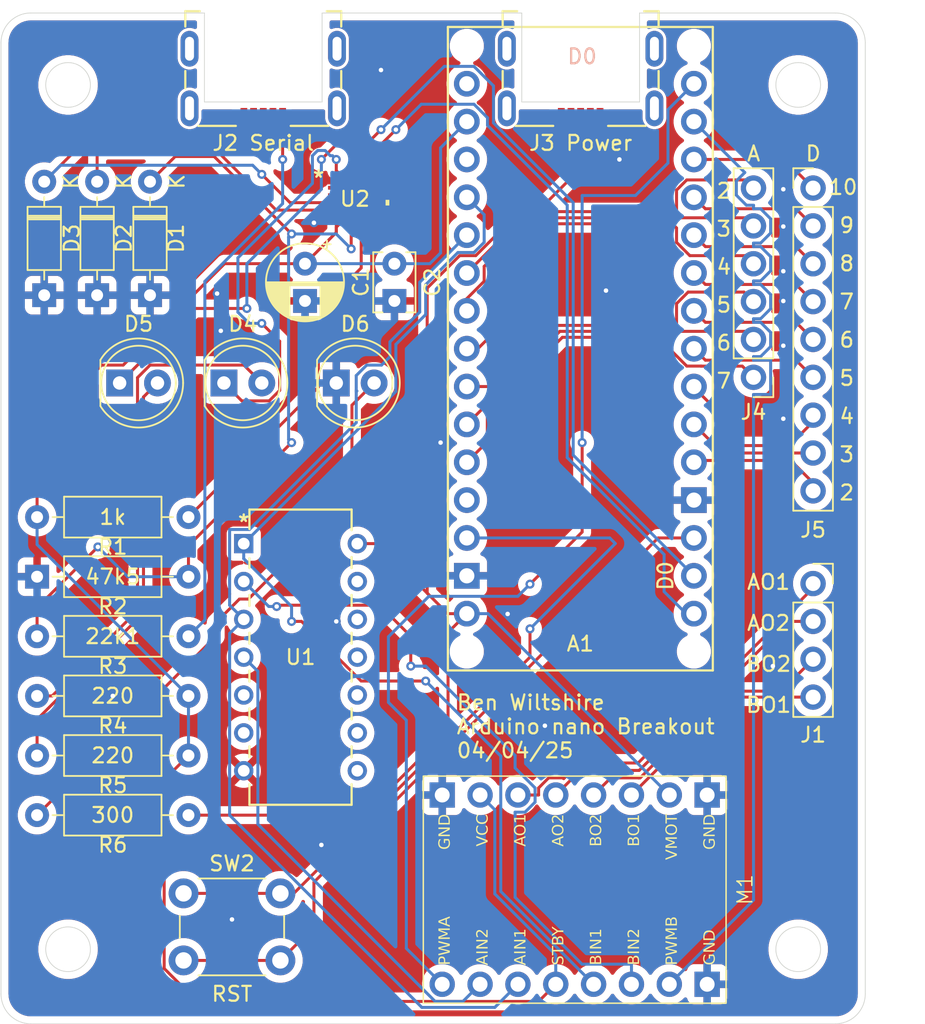
<source format=kicad_pcb>
(kicad_pcb (version 20241229) (generator "pcbnew") (generator_version "9.0")
  (layers (0 "F.Cu" signal) (2 "B.Cu" signal) (13 "F.Paste" user) (15 "B.Paste" user) (5 "F.SilkS" user "F.Silkscreen") (7 "B.SilkS" user "B.Silkscreen") (1 "F.Mask" user) (3 "B.Mask" user) (25 "Edge.Cuts" user))
  (net 0 "")
  (net 1 "Net-(J5-Pin_8)")
  (net 2 "+3.3V")
  (net 3 "Net-(J5-Pin_4)")
  (net 4 "Net-(J5-Pin_7)")
  (net 5 "Net-(J5-Pin_1)")
  (net 6 "Net-(J4-Pin_5)")
  (net 7 "Net-(J5-Pin_3)")
  (net 8 "Net-(J4-Pin_6)")
  (net 9 "Net-(J4-Pin_2)")
  (net 10 "Net-(J5-Pin_6)")
  (net 11 "RX")
  (net 12 "GND")
  (net 13 "Net-(A1-RESET-PadRST1)")
  (net 14 "Net-(A1-A5{slash}SCL)")
  (net 17 "Net-(J5-Pin_2)")
  (net 18 "TX")
  (net 19 "PWMA")
  (net 20 "Net-(A1-A4{slash}SDA)")
  (net 21 "DirA")
  (net 22 "Net-(J4-Pin_1)")
  (net 24 "PWMB")
  (net 25 "Net-(J5-Pin_9)")
  (net 26 "DirB")
  (net 27 "Net-(J5-Pin_5)")
  (net 28 "+5V")
  (net 29 "Net-(D1-K)")
  (net 30 "USB_D-")
  (net 31 "USB_D+")
  (net 32 "Net-(D4-K)")
  (net 33 "Net-(D4-A)")
  (net 34 "Net-(D5-K)")
  (net 35 "Net-(D5-A)")
  (net 36 "Net-(D6-A)")
  (net 37 "Net-(J1-Pin_1)")
  (net 38 "Net-(J1-Pin_2)")
  (net 39 "Net-(J1-Pin_4)")
  (net 40 "Net-(J1-Pin_3)")
  (net 41 "USB_VBUS")
  (net 43 "!DirA")
  (net 44 "!DirB")
  (net 45 "Net-(U2-RSTB)")
  (net 62 "Net-(A1-RESET-PadRST2)")
  (footprint "Connector_PinHeader_2.54mm:PinHeader_1x06_P2.54mm_Vertical" (layer "F.Cu") (at 177.24 80.76 180)
    (property "Reference" "J4")
    (property "Value" "Conn_01x06_Pin")
  )
  (footprint "MC14069UBCP:PDIP-14_ONS" (layer "F.Cu") (at 143.03 91.92)
    (property "Reference" "U1")
    (property "Value" "MC14069UBCPG")
  )
  (footprint "Button_Switch_THT:SW_PUSH_6mm_H4.3mm" (layer "F.Cu") (at 138.99 115.39)
    (property "Reference" "SW2")
    (property "Value" "SW_Push_Open_Dual")
  )
  (footprint "Connector_PinHeader_2.54mm:PinHeader_1x09_P2.54mm_Vertical" (layer "F.Cu") (at 181.24 68.06)
    (property "Reference" "J5")
    (property "Value" "Conn_01x09_Pin")
  )
  (footprint "Resistor_THT:R_Axial_DIN0207_L6.3mm_D2.5mm_P10.16mm_Horizontal" (layer "F.Cu") (at 129.16 90.14)
    (property "Reference" "R1")
    (property "Value" "1k")
  )
  (footprint "Resistor_THT:R_Axial_DIN0207_L6.3mm_D2.5mm_P10.16mm_Horizontal" (layer "F.Cu") (at 129.16 94.14)
    (property "Reference" "R2")
    (property "Value" "47k5")
  )
  (footprint "Capacitor_THT:C_Disc_D3.8mm_W2.6mm_P2.50mm" (layer "F.Cu") (at 153.14 73.134888 -90)
    (property "Reference" "C2")
    (property "Value" "0.1uF")
  )
  (footprint "Diode_THT:D_DO-35_SOD27_P7.62mm_Horizontal" (layer "F.Cu") (at 129.64 67.63 -90)
    (property "Reference" "D3")
    (property "Value" "5V1 Zener")
  )
  (footprint "Pololu_MD08A_Motor_Driver:Pololu_MD08A_Motor_Driver" (layer "F.Cu") (at 165.24 115.14 90)
    (property "Reference" "M1")
    (property "Value" "~")
  )
  (footprint "Diode_THT:D_DO-35_SOD27_P7.62mm_Horizontal" (layer "F.Cu") (at 136.74 67.63 -90)
    (property "Reference" "D1")
    (property "Value" "5V1 Zener")
  )
  (footprint "Resistor_THT:R_Axial_DIN0207_L6.3mm_D2.5mm_P10.16mm_Horizontal" (layer "F.Cu") (at 139.32 102.14 180)
    (property "Reference" "R4")
    (property "Value" "220")
  )
  (footprint "MicroUSBCutoutfootprints:CONN_47642-0001_MOL_fixed" (layer "F.Cu") (at 144.34 60.04 180)
    (property "Reference" "J2 Serial")
    (property "Value" "10118193-0001LF")
    (fp_line (start 3.9497 -2.2406) (end 3.9497 3.7284) (stroke (width 0.05)) (layer "Edge.Cuts"))
    (fp_line (start 3.9497 -2.2406) (end -3.9497 -2.2406) (stroke (width 0.05)) (layer "Edge.Cuts"))
    (fp_line (start -3.9497 3.7284) (end -3.9497 -2.2406) (stroke (width 0.05)) (layer "Edge.Cuts"))
  )
  (footprint "Diode_THT:D_DO-35_SOD27_P7.62mm_Horizontal" (layer "F.Cu") (at 133.19 67.63 -90)
    (property "Reference" "D2")
    (property "Value" "5V1 Zener")
  )
  (footprint "LED_THT:LED_D5.0mm" (layer "F.Cu") (at 134.7 81.14)
    (property "Reference" "D5")
    (property "Value" "LED")
  )
  (footprint "MicroUSBCutoutfootprints:CONN_47642-0001_MOL_fixed" (layer "F.Cu") (at 165.64 60.04 180)
    (property "Reference" "J3 Power")
    (property "Value" "10118193-0001LF")
    (fp_line (start 3.9497 -2.2406) (end 3.9497 3.7284) (stroke (width 0.05)) (layer "Edge.Cuts"))
    (fp_line (start 3.9497 -2.2406) (end -3.9497 -2.2406) (stroke (width 0.05)) (layer "Edge.Cuts"))
    (fp_line (start -3.9497 3.7284) (end -3.9497 -2.2406) (stroke (width 0.05)) (layer "Edge.Cuts"))
  )
  (footprint "Capacitor_THT:CP_Radial_D5.0mm_P2.50mm" (layer "F.Cu") (at 147.14 73.134888 -90)
    (property "Reference" "C1")
    (property "Value" "4.7uF")
  )
  (footprint "footprints:QFN20_CP2102N_SIL" (layer "F.Cu") (at 150.49 68.789939)
    (property "Reference" "U2")
    (property "Value" "CP2102N-A02-GQFN20")
  )
  (footprint "LED_THT:LED_D5.0mm" (layer "F.Cu") (at 141.7 81.14)
    (property "Reference" "D4")
    (property "Value" "LED")
  )
  (footprint "Resistor_THT:R_Axial_DIN0207_L6.3mm_D2.5mm_P10.16mm_Horizontal" (layer "F.Cu") (at 139.32 106.14 180)
    (property "Reference" "R5")
    (property "Value" "220")
  )
  (footprint "arduino-library:Arduino_Nano_Every_Socket" (layer "F.Cu") (at 165.62 57.25 180)
    (property "Reference" "A1")
    (property "Value" "Arduino_Nano_33_BLE_Socket")
  )
  (footprint "LED_THT:LED_D5.0mm" (layer "F.Cu") (at 149.24 81.14)
    (property "Reference" "D6")
    (property "Value" "LED")
  )
  (footprint "Connector_PinSocket_2.54mm:PinSocket_1x04_P2.54mm_Vertical" (layer "F.Cu") (at 181.24 94.6)
    (property "Reference" "J1")
    (property "Value" "Conn_01x04_Socket")
  )
  (footprint "Resistor_THT:R_Axial_DIN0207_L6.3mm_D2.5mm_P10.16mm_Horizontal" (layer "F.Cu") (at 139.32 110.14 180)
    (property "Reference" "R6")
    (property "Value" "300")
  )
  (footprint "Resistor_THT:R_Axial_DIN0207_L6.3mm_D2.5mm_P10.16mm_Horizontal" (layer "F.Cu") (at 129.16 98.14)
    (property "Reference" "R3")
    (property "Value" "22k1")
  )
  (gr_line (start 169.5897 56.3116) (end 182.74 56.3116) (stroke (width 0.05)) (layer "Edge.Cuts"))
  (gr_circle (center 131.24 61.14) (end 132.74 61.14) (stroke (width 0.05)) (fill no) (layer "Edge.Cuts"))
  (gr_arc (start 182.74 56.3116) (mid 184.154214 56.897386) (end 184.74 58.3116) (stroke (width 0.05)) (layer "Edge.Cuts"))
  (gr_line (start 184.74 58.3116) (end 184.74 122.14) (stroke (width 0.05)) (layer "Edge.Cuts"))
  (gr_arc (start 184.74 122.14) (mid 184.154214 123.554214) (end 182.74 124.14) (stroke (width 0.05)) (layer "Edge.Cuts"))
  (gr_arc (start 128.74 124.14) (mid 127.325786 123.554214) (end 126.74 122.14) (stroke (width 0.05)) (layer "Edge.Cuts"))
  (gr_line (start 128.74 124.14) (end 182.74 124.14) (stroke (width 0.05)) (layer "Edge.Cuts"))
  (gr_circle (center 180.24 119.14) (end 181.74 119.14) (stroke (width 0.05)) (fill no) (layer "Edge.Cuts"))
  (gr_circle (center 180.24 61.14) (end 181.74 61.14) (stroke (width 0.05)) (fill no) (layer "Edge.Cuts"))
  (gr_arc (start 126.74 58.3116) (mid 127.325786 56.897386) (end 128.74 56.3116) (stroke (width 0.05)) (layer "Edge.Cuts"))
  (gr_line (start 161.6903 56.3116) (end 148.2897 56.3116) (stroke (width 0.05)) (layer "Edge.Cuts"))
  (gr_line (start 126.74 58.3116) (end 126.74 122.14) (stroke (width 0.05)) (layer "Edge.Cuts"))
  (gr_line (start 140.3903 56.3116) (end 128.74 56.3116) (stroke (width 0.05)) (layer "Edge.Cuts"))
  (gr_circle (center 131.24 119.14) (end 132.74 119.14) (stroke (width 0.05)) (fill no) (layer "Edge.Cuts"))
  (gr_text "220" (at 134.24 102.14 0) (layer "F.SilkS") (effects (font (size 1 1))))
  (gr_text "300" (at 134.24 110.14 0) (layer "F.SilkS") (effects (font (size 1 1))))
  (gr_text "220" (at 134.24 106.14 0) (layer "F.SilkS") (effects (font (size 1 1))))
  (gr_text "7" (at 183.5 75.6875 0) (layer "F.SilkS") (effects (font (size 1 1))))
  (gr_text "2" (at 175.25 68.25 0) (layer "F.SilkS") (effects (font (size 1 1))))
  (gr_text "3" (at 175.25 70.8 0) (layer "F.SilkS") (effects (font (size 1 1))))
  (gr_text "7" (at 175.25 81 0) (layer "F.SilkS") (effects (font (size 1 1))))
  (gr_text "10" (at 183.25 68 0) (layer "F.SilkS") (effects (font (size 1 1))))
  (gr_text "AO1" (at 178.25 94.5 0) (layer "F.SilkS") (effects (font (size 1 1))))
  (gr_text "3" (at 183.5 85.9375 0) (layer "F.SilkS") (effects (font (size 1 1))))
  (gr_text "1k" (at 134.24 90.14 0) (layer "F.SilkS") (effects (font (size 1 1))))
  (gr_text "D" (at 181.25 65.75 0) (layer "F.SilkS") (effects (font (size 1 1))))
  (gr_text "6" (at 175.25 78.45 0) (layer "F.SilkS") (effects (font (size 1 1))))
  (gr_text "BO2" (at 178.25 100 0) (layer "F.SilkS") (effects (font (size 1 1))))
  (gr_text "BO1" (at 178.25 102.75 0) (layer "F.SilkS") (effects (font (size 1 1))))
  (gr_text "Ben Wiltshire\nArduino nano Breakout\n04/04/25" (at 157.24 106.39 0) (layer "F.SilkS") (effects (font (size 1 1)) (justify left bottom)))
  (gr_text "47k5" (at 134.24 94.14 0) (layer "F.SilkS") (effects (font (size 1 1))))
  (gr_text "2" (at 183.5 88.5 0) (layer "F.SilkS") (effects (font (size 1 1))))
  (gr_text "6" (at 183.5 78.25 0) (layer "F.SilkS") (effects (font (size 1 1))))
  (gr_text "AO2" (at 178.25 97.25 0) (layer "F.SilkS") (effects (font (size 1 1))))
  (gr_text "8" (at 183.5 73.125 0) (layer "F.SilkS") (effects (font (size 1 1))))
  (gr_text "A" (at 177.25 65.75 0) (layer "F.SilkS") (effects (font (size 1 1))))
  (gr_text "4" (at 175.25 73.35 0) (layer "F.SilkS") (effects (font (size 1 1))))
  (gr_text "5" (at 183.5 80.8125 0) (layer "F.SilkS") (effects (font (size 1 1))))
  (gr_text "5" (at 175.25 75.9 0) (layer "F.SilkS") (effects (font (size 1 1))))
  (gr_text "RST" (at 142.24 122.14 0) (layer "F.SilkS") (effects (font (size 1 1))))
  (gr_text "22k1" (at 134.24 98.14 0) (layer "F.SilkS") (effects (font (size 1 1))))
  (gr_text "4" (at 183.5 83.375 0) (layer "F.SilkS") (effects (font (size 1 1))))
  (gr_text "9" (at 183.5 70.5625 0) (layer "F.SilkS") (effects (font (size 1 1))))
  (segment (start 175.16 85.84) (end 173.24 83.92) (width 0.2) (layer "F.Cu") (net 1))
  (segment (start 181.24 85.84) (end 175.16 85.84) (width 0.2) (layer "F.Cu") (net 1))
  (segment (start 134.941 79.939) (end 133.499 79.939) (width 0.2) (layer "F.Cu") (net 2))
  (segment (start 149.24 70.68675) (end 149.739811 70.186939) (width 0.2) (layer "F.Cu") (net 2))
  (segment (start 141.745112 73.134888) (end 134.941 79.939) (width 0.2) (layer "F.Cu") (net 2))
  (segment (start 162.819 122.641) (end 163.97 121.49) (width 0.2) (layer "F.Cu") (net 2))
  (segment (start 149.24 70.04) (end 149.24 71.034888) (width 0.2) (layer "F.Cu") (net 2))
  (segment (start 139.32 106.14) (end 137.689 107.771) (width 0.2) (layer "F.Cu") (net 2))
  (segment (start 149.24 71.034888) (end 147.14 73.134888) (width 0.2) (layer "F.Cu") (net 2))
  (segment (start 147.14 73.134888) (end 141.745112 73.134888) (width 0.2) (layer "F.Cu") (net 2))
  (segment (start 149.24 71.034888) (end 149.24 70.68675) (width 0.2) (layer "F.Cu") (net 2))
  (segment (start 129.16 84.278) (end 129.16 90.14) (width 0.2) (layer "F.Cu") (net 2))
  (segment (start 137.689 107.771) (end 137.689 120.428892) (width 0.2) (layer "F.Cu") (net 2))
  (segment (start 139.901108 122.641) (end 162.819 122.641) (width 0.2) (layer "F.Cu") (net 2))
  (segment (start 133.499 79.939) (end 129.16 84.278) (width 0.2) (layer "F.Cu") (net 2))
  (segment (start 137.689 120.428892) (end 139.901108 122.641) (width 0.2) (layer "F.Cu") (net 2))
  (segment (start 156.24 72.4129) (end 155.518012 73.134888) (width 0.2) (layer "B.Cu") (net 2))
  (segment (start 159.878 115.4251) (end 159.878 109.778) (width 0.2) (layer "B.Cu") (net 2))
  (segment (start 156.24 65.36) (end 156.24 72.4129) (width 0.2) (layer "B.Cu") (net 2))
  (segment (start 163.97 119.5171) (end 159.878 115.4251) (width 0.2) (layer "B.Cu") (net 2))
  (segment (start 158 63.6) (end 156.24 65.36) (width 0.2) (layer "B.Cu") (net 2))
  (segment (start 153.14 73.134888) (end 147.14 73.134888) (width 0.2) (layer "B.Cu") (net 2))
  (segment (start 139.32 102.14) (end 139.32 106.14) (width 0.2) (layer "B.Cu") (net 2))
  (segment (start 159.878 109.778) (end 158.89 108.79) (width 0.2) (layer "B.Cu") (net 2))
  (segment (start 129.16 90.14) (end 129.16 91.98) (width 0.2) (layer "B.Cu") (net 2))
  (segment (start 155.518012 73.134888) (end 153.14 73.134888) (width 0.2) (layer "B.Cu") (net 2))
  (segment (start 129.16 91.98) (end 139.32 102.14) (width 0.2) (layer "B.Cu") (net 2))
  (segment (start 163.97 121.49) (end 163.97 119.5171) (width 0.2) (layer "B.Cu") (net 2))
  (segment (start 181.24 75.68) (end 180.089 74.529) (width 0.2) (layer "F.Cu") (net 3))
  (segment (start 180.089 74.529) (end 174.009 74.529) (width 0.2) (layer "F.Cu") (net 3))
  (segment (start 174.009 74.529) (end 173.24 73.76) (width 0.2) (layer "F.Cu") (net 3))
  (segment (start 174.94 85.0529) (end 174.94 83.14) (width 0.2) (layer "F.Cu") (net 4))
  (segment (start 174.94 83.14) (end 173.24 81.44) (width 0.2) (layer "F.Cu") (net 4))
  (segment (start 179.64 85.34) (end 175.2271 85.34) (width 0.2) (layer "F.Cu") (net 4))
  (segment (start 181.24 83.74) (end 179.64 85.34) (width 0.2) (layer "F.Cu") (net 4))
  (segment (start 173.24 81.44) (end 173.24 81.38) (width 0.2) (layer "F.Cu") (net 4))
  (segment (start 175.2271 85.34) (end 174.94 85.0529) (width 0.2) (layer "F.Cu") (net 4))
  (segment (start 181.24 83.3) (end 181.24 83.74) (width 0.2) (layer "F.Cu") (net 4))
  (segment (start 181.24 68.06) (end 179.32 66.14) (width 0.2) (layer "F.Cu") (net 5))
  (segment (start 179.32 66.14) (end 173.24 66.14) (width 0.2) (layer "F.Cu") (net 5))
  (segment (start 162.4246 70.0554) (end 159.1646 73.3154) (width 0.2) (layer "F.Cu") (net 6))
  (segment (start 177.24 70.6) (end 176.6954 70.0554) (width 0.2) (layer "F.Cu") (net 6))
  (segment (start 159.1646 74.3154) (end 158 75.48) (width 0.2) (layer "F.Cu") (net 6))
  (segment (start 159.1646 73.3154) (end 159.1646 74.3154) (width 0.2) (layer "F.Cu") (net 6))
  (segment (start 176.6954 70.0554) (end 162.4246 70.0554) (width 0.2) (layer "F.Cu") (net 6))
  (segment (start 158 75.48) (end 158 76.3) (width 0.2) (layer "F.Cu") (net 6))
  (segment (start 181.24 73.14) (end 180.089 71.989) (width 0.2) (layer "F.Cu") (net 7))
  (segment (start 180.089 71.989) (end 174.009 71.989) (width 0.2) (layer "F.Cu") (net 7))
  (segment (start 174.009 71.989) (end 173.24 71.22) (width 0.2) (layer "F.Cu") (net 7))
  (segment (start 177.24 68.06) (end 176.6954 67.5154) (width 0.2) (layer "F.Cu") (net 8))
  (segment (start 162.12 69.64) (end 158 73.76) (width 0.2) (layer "F.Cu") (net 8))
  (segment (start 176.6954 67.5154) (end 172.757606 67.5154) (width 0.2) (layer "F.Cu") (net 8))
  (segment (start 172.757606 67.5154) (end 172.0754 68.197606) (width 0.2) (layer "F.Cu") (net 8))
  (segment (start 172.0754 68.197606) (end 172.0754 69.64) (width 0.2) (layer "F.Cu") (net 8))
  (segment (start 172.0754 69.64) (end 162.12 69.64) (width 0.2) (layer "F.Cu") (net 8))
  (segment (start 177.24 78.22) (end 176.6954 77.6754) (width 0.2) (layer "F.Cu") (net 9))
  (segment (start 176.6954 77.6754) (end 164.2446 77.6754) (width 0.2) (layer "F.Cu") (net 9))
  (segment (start 164.2446 77.6754) (end 158 83.92) (width 0.2) (layer "F.Cu") (net 9))
  (segment (start 174.009 79.609) (end 173.24 78.84) (width 0.2) (layer "F.Cu") (net 10))
  (segment (start 181.24 80.76) (end 180.089 79.609) (width 0.2) (layer "F.Cu") (net 10))
  (segment (start 180.089 79.609) (end 174.009 79.609) (width 0.2) (layer "F.Cu") (net 10))
  (segment (start 150.740063 65.639937) (end 150.740063 67.392939) (width 0.2) (layer "F.Cu") (net 11))
  (segment (start 152.24 64.14) (end 150.740063 65.639937) (width 0.2) (layer "F.Cu") (net 11))
  (via (at 152.24 64.14) (size 0.6) (drill 0.3) (layers "F.Cu" "B.Cu") (net 11))
  (segment (start 173.24 94.08) (end 165.139 85.979) (width 0.2) (layer "B.Cu") (net 11))
  (segment (start 159.789 63.684308) (end 159.789 61.202006) (width 0.2) (layer "B.Cu") (net 11))
  (segment (start 165.139 69.034308) (end 159.789 63.684308) (width 0.2) (layer "B.Cu") (net 11))
  (segment (start 159.789 61.202006) (end 158.482394 59.8954) (width 0.2) (layer "B.Cu") (net 11))
  (segment (start 158.482394 59.8954) (end 156.4846 59.8954) (width 0.2) (layer "B.Cu") (net 11))
  (segment (start 165.139 85.979) (end 165.139 69.034308) (width 0.2) (layer "B.Cu") (net 11))
  (segment (start 156.4846 59.8954) (end 152.24 64.14) (width 0.2) (layer "B.Cu") (net 11))
  (segment (start 149.093 68.539876) (end 150.239937 68.539876) (width 0.2) (layer "F.Cu") (net 12))
  (segment (start 150.239937 68.539876) (end 150.49 68.789939) (width 0.2) (layer "F.Cu") (net 12))
  (segment (start 151.240189 69.540128) (end 150.49 68.789939) (width 0.2) (layer "F.Cu") (net 12))
  (segment (start 151.887 69.540128) (end 151.240189 69.540128) (width 0.2) (layer "F.Cu") (net 12))
  (via (at 167.34 74.94) (size 0.6) (drill 0.3) (layers "F.Cu" "B.Cu") (net 12))
  (via (at 178.54 100.14) (size 0.6) (drill 0.3) (layers "F.Cu" "B.Cu") (net 12))
  (via (at 163.24 104.14) (size 0.6) (drill 0.3) (layers "F.Cu" "B.Cu") (net 12))
  (via (at 168.24 66.14) (size 0.6) (drill 0.3) (layers "F.Cu" "B.Cu") (net 12))
  (via (at 148.24 112.14) (size 0.6) (drill 0.3) (layers "F.Cu" "B.Cu") (net 12))
  (via (at 142.24 117.14) (size 0.6) (drill 0.3) (layers "F.Cu" "B.Cu") (net 12))
  (via (at 179.24 68.14) (size 0.6) (drill 0.3) (layers "F.Cu" "B.Cu") (net 12))
  (via (at 179.24 73.64) (size 0.6) (drill 0.3) (layers "F.Cu" "B.Cu") (net 12))
  (via (at 147.74 70.39) (size 0.6) (drill 0.3) (layers "F.Cu" "B.Cu") (net 12))
  (via (at 134.24 102.14) (size 0.6) (drill 0.3) (layers "F.Cu" "B.Cu") (net 12))
  (via (at 179.24 78.64) (size 0.6) (drill 0.3) (layers "F.Cu" "B.Cu") (net 12))
  (via (at 179.24 75.64) (size 0.6) (drill 0.3) (layers "F.Cu" "B.Cu") (net 12))
  (via (at 179.24 70.64) (size 0.6) (drill 0.3) (layers "F.Cu" "B.Cu") (net 12))
  (via (at 179.24 83.54) (size 0.6) (drill 0.3) (layers "F.Cu" "B.Cu") (net 12))
  (via (at 152.24 60.14) (size 0.6) (drill 0.3) (layers "F.Cu" "B.Cu") (net 12))
  (via (at 160.74 96.64) (size 0.6) (drill 0.3) (layers "F.Cu" "B.Cu") (net 12))
  (via (at 141.49 77.64) (size 0.6) (drill 0.3) (layers "F.Cu" "B.Cu") (net 12))
  (via (at 156.24 85.14) (size 0.6) (drill 0.3) (layers "F.Cu" "B.Cu") (net 12))
  (via (at 149.24 97.14) (size 0.6) (drill 0.3) (layers "F.Cu" "B.Cu") (net 12))
  (via (at 141.24 75.14) (size 0.6) (drill 0.3) (layers "F.Cu" "B.Cu") (net 12))
  (segment (start 173.24 91.54) (end 170.84 91.54) (width 0.2) (layer "F.Cu") (net 13))
  (segment (start 170.84 91.54) (end 147.74 114.64) (width 0.2) (layer "F.Cu") (net 13))
  (segment (start 147.74 114.64) (end 147.74 117.64) (width 0.2) (layer "F.Cu") (net 13))
  (segment (start 147.74 117.64) (end 145.49 119.89) (width 0.2) (layer "F.Cu") (net 13))
  (segment (start 145.49 119.89) (end 138.99 119.89) (width 0.2) (layer "F.Cu") (net 13))
  (segment (start 176.6 75.04) (end 172.853006 75.04) (width 0.2) (layer "F.Cu") (net 14))
  (segment (start 164.0785 77.2744) (end 159.9729 81.38) (width 0.2) (layer "F.Cu") (net 14))
  (segment (start 177.24 75.68) (end 176.6 75.04) (width 0.2) (layer "F.Cu") (net 14))
  (segment (start 172.0754 77.2744) (end 164.0785 77.2744) (width 0.2) (layer "F.Cu") (net 14))
  (segment (start 172.853006 75.04) (end 172.0754 75.817606) (width 0.2) (layer "F.Cu") (net 14))
  (segment (start 172.0754 75.817606) (end 172.0754 77.2744) (width 0.2) (layer "F.Cu") (net 14))
  (segment (start 159.9729 81.38) (end 158 81.38) (width 0.2) (layer "F.Cu") (net 14))
  (segment (start 180.089 69.449) (end 174.009 69.449) (width 0.2) (layer "F.Cu") (net 17))
  (segment (start 174.009 69.449) (end 173.24 68.68) (width 0.2) (layer "F.Cu") (net 17))
  (segment (start 181.24 70.6) (end 180.089 69.449) (width 0.2) (layer "F.Cu") (net 17))
  (segment (start 151.240189 66.139811) (end 151.240189 67.392939) (width 0.2) (layer "F.Cu") (net 18))
  (segment (start 153.24 64.14) (end 151.240189 66.139811) (width 0.2) (layer "F.Cu") (net 18))
  (via (at 153.24 64.14) (size 0.6) (drill 0.3) (layers "F.Cu" "B.Cu") (net 18))
  (segment (start 172.72 96.62) (end 173.24 96.62) (width 0.2) (layer "B.Cu") (net 18))
  (segment (start 159.388 63.850408) (end 164.738 69.200408) (width 0.2) (layer "B.Cu") (net 18))
  (segment (start 171.24 95.14) (end 172.72 96.62) (width 0.2) (layer "B.Cu") (net 18))
  (segment (start 164.738 86.1451) (end 171.24 92.6471) (width 0.2) (layer "B.Cu") (net 18))
  (segment (start 164.738 69.200408) (end 164.738 86.1451) (width 0.2) (layer "B.Cu") (net 18))
  (segment (start 171.24 92.6471) (end 171.24 95.14) (width 0.2) (layer "B.Cu") (net 18))
  (segment (start 158.482394 62.4354) (end 159.388 63.341006) (width 0.2) (layer "B.Cu") (net 18))
  (segment (start 154.9446 62.4354) (end 158.482394 62.4354) (width 0.2) (layer "B.Cu") (net 18))
  (segment (start 159.388 63.341006) (end 159.388 63.850408) (width 0.2) (layer "B.Cu") (net 18))
  (segment (start 153.24 64.14) (end 154.9446 62.4354) (width 0.2) (layer "B.Cu") (net 18))
  (segment (start 165.74 91.14) (end 162.24 94.64) (width 0.2) (layer "F.Cu") (net 19))
  (segment (start 165.74 85.14) (end 165.74 91.14) (width 0.2) (layer "F.Cu") (net 19))
  (via (at 162.24 94.64) (size 0.6) (drill 0.3) (layers "F.Cu" "B.Cu") (net 19))
  (via (at 165.74 85.14) (size 0.6) (drill 0.3) (layers "F.Cu" "B.Cu") (net 19))
  (segment (start 153.941 103.7739) (end 153.941 119.081) (width 0.2) (layer "B.Cu") (net 19))
  (segment (start 155.4517 95.4554) (end 152.74 98.1671) (width 0.2) (layer "B.Cu") (net 19))
  (segment (start 161.4246 95.4554) (end 155.4517 95.4554) (width 0.2) (layer "B.Cu") (net 19))
  (segment (start 169.32 68.56) (end 165.74 68.56) (width 0.2) (layer "B.Cu") (net 19))
  (segment (start 173.24 61.06) (end 171.5006 62.7994) (width 0.2) (layer "B.Cu") (net 19))
  (segment (start 152.74 102.5729) (end 153.941 103.7739) (width 0.2) (layer "B.Cu") (net 19))
  (segment (start 162.24 94.64) (end 161.4246 95.4554) (width 0.2) (layer "B.Cu") (net 19))
  (segment (start 171.5006 66.3794) (end 169.32 68.56) (width 0.2) (layer "B.Cu") (net 19))
  (segment (start 171.5006 62.7994) (end 171.5006 66.3794) (width 0.2) (layer "B.Cu") (net 19))
  (segment (start 153.941 119.081) (end 156.35 121.49) (width 0.2) (layer "B.Cu") (net 19))
  (segment (start 152.74 98.1671) (end 152.74 102.5729) (width 0.2) (layer "B.Cu") (net 19))
  (segment (start 165.74 68.56) (end 165.74 85.14) (width 0.2) (layer "B.Cu") (net 19))
  (segment (start 159.5656 78.0144) (end 158.74 78.84) (width 0.2) (layer "F.Cu") (net 20))
  (segment (start 172.968406 72.5954) (end 172.0754 71.702394) (width 0.2) (layer "F.Cu") (net 20))
  (segment (start 177.24 73.14) (end 176.6954 72.5954) (width 0.2) (layer "F.Cu") (net 20))
  (segment (start 159.5656 73.4815) (end 159.5656 78.0144) (width 0.2) (layer "F.Cu") (net 20))
  (segment (start 172.0754 71.702394) (end 172.0754 70.737606) (width 0.2) (layer "F.Cu") (net 20))
  (segment (start 158.74 78.84) (end 158 78.84) (width 0.2) (layer "F.Cu") (net 20))
  (segment (start 171.794194 70.4564) (end 162.5907 70.4564) (width 0.2) (layer "F.Cu") (net 20))
  (segment (start 162.5907 70.4564) (end 159.5656 73.4815) (width 0.2) (layer "F.Cu") (net 20))
  (segment (start 172.0754 70.737606) (end 171.794194 70.4564) (width 0.2) (layer "F.Cu") (net 20))
  (segment (start 176.6954 72.5954) (end 172.968406 72.5954) (width 0.2) (layer "F.Cu") (net 20))
  (segment (start 154.981892 123.042) (end 142.0813 110.141408) (width 0.2) (layer "B.Cu") (net 21))
  (segment (start 150.579 80.642529) (end 150.579 81.637471) (width 0.2) (layer "B.Cu") (net 21))
  (segment (start 161.43 121.49) (end 159.878 123.042) (width 0.2) (layer "B.Cu") (net 21))
  (segment (start 159.878 123.042) (end 154.981892 123.042) (width 0.2) (layer "B.Cu") (net 21))
  (segment (start 154.839 76.382529) (end 152.839 78.382529) (width 0.2) (layer "B.Cu") (net 21))
  (segment (start 150.579 83.801) (end 143.4087 90.9713) (width 0.2) (layer "B.Cu") (net 21))
  (segment (start 152.839 78.382529) (end 152.839 79.377471) (width 0.2) (layer "B.Cu") (net 21))
  (segment (start 143.4087 90.9713) (end 142.0813 90.9713) (width 0.2) (layer "B.Cu") (net 21))
  (segment (start 142.0813 90.9713) (end 142.0813 96.0513) (width 0.2) (layer "B.Cu") (net 21))
  (segment (start 142.0813 96.0513) (end 143.03 97) (width 0.2) (layer "B.Cu") (net 21))
  (segment (start 158 71.22) (end 154.839 74.381) (width 0.2) (layer "B.Cu") (net 21))
  (segment (start 150.579 81.637471) (end 150.621146 81.679618) (width 0.2) (layer "B.Cu") (net 21))
  (segment (start 142.0813 110.141408) (end 142.0813 97.9487) (width 0.2) (layer "B.Cu") (net 21))
  (segment (start 152.277471 79.939) (end 151.282529 79.939) (width 0.2) (layer "B.Cu") (net 21))
  (segment (start 150.621146 81.679618) (end 150.579 81.721764) (width 0.2) (layer "B.Cu") (net 21))
  (segment (start 151.282529 79.939) (end 150.579 80.642529) (width 0.2) (layer "B.Cu") (net 21))
  (segment (start 154.839 74.381) (end 154.839 76.382529) (width 0.2) (layer "B.Cu") (net 21))
  (segment (start 150.579 81.721764) (end 150.579 83.801) (width 0.2) (layer "B.Cu") (net 21))
  (segment (start 142.0813 97.9487) (end 143.03 97) (width 0.2) (layer "B.Cu") (net 21))
  (segment (start 152.839 79.377471) (end 152.277471 79.939) (width 0.2) (layer "B.Cu") (net 21))
  (segment (start 176.49 80.01) (end 173.727794 80.01) (width 0.2) (layer "F.Cu") (net 22))
  (segment (start 159.3754 83.1117) (end 159.3754 85.0846) (width 0.2) (layer "F.Cu") (net 22))
  (segment (start 164.4107 78.0764) (end 159.3754 83.1117) (width 0.2) (layer "F.Cu") (net 22))
  (segment (start 172.757606 80.0046) (end 170.829406 78.0764) (width 0.2) (layer "F.Cu") (net 22))
  (segment (start 173.727794 80.01) (end 173.722394 80.0046) (width 0.2) (layer "F.Cu") (net 22))
  (segment (start 170.829406 78.0764) (end 164.4107 78.0764) (width 0.2) (layer "F.Cu") (net 22))
  (segment (start 173.722394 80.0046) (end 172.757606 80.0046) (width 0.2) (layer "F.Cu") (net 22))
  (segment (start 177.24 80.76) (end 176.49 80.01) (width 0.2) (layer "F.Cu") (net 22))
  (segment (start 159.3754 85.0846) (end 158 86.46) (width 0.2) (layer "F.Cu") (net 22))
  (segment (start 177.71676 77.069) (end 178.391 77.74324) (width 0.2) (layer "B.Cu") (net 24))
  (segment (start 177.71676 74.529) (end 178.391 75.20324) (width 0.2) (layer "B.Cu") (net 24))
  (segment (start 177.24 79.609) (end 178.391 79.609) (width 0.2) (layer "B.Cu") (net 24))
  (segment (start 177.71676 79.371) (end 177.24 79.371) (width 0.2) (layer "B.Cu") (net 24))
  (segment (start 177.24 115.84) (end 171.59 121.49) (width 0.2) (layer "B.Cu") (net 24))
  (segment (start 177.24 76.831) (end 177.24 77.069) (width 0.2) (layer "B.Cu") (net 24))
  (segment (start 178.391 70.12324) (end 178.391 71.07676) (width 0.2) (layer "B.Cu") (net 24))
  (segment (start 173.24 63.6) (end 176.65612 67.01612) (width 0.2) (layer "B.Cu") (net 24))
  (segment (start 177.71676 71.989) (end 178.391 72.66324) (width 0.2) (layer "B.Cu") (net 24))
  (segment (start 178.391 72.66324) (end 178.391 73.61676) (width 0.2) (layer "B.Cu") (net 24))
  (segment (start 176.65612 67.01612) (end 176.089 67.58324) (width 0.2) (layer "B.Cu") (net 24))
  (segment (start 178.391 81.911) (end 177.24 81.911) (width 0.2) (layer "B.Cu") (net 24))
  (segment (start 178.391 73.61676) (end 177.71676 74.291) (width 0.2) (layer "B.Cu") (net 24))
  (segment (start 177.24 71.751) (end 177.24 71.989) (width 0.2) (layer "B.Cu") (net 24))
  (segment (start 177.24 69.211) (end 177.24 69.449) (width 0.2) (layer "B.Cu") (net 24))
  (segment (start 177.71676 74.291) (end 177.24 74.291) (width 0.2) (layer "B.Cu") (net 24))
  (segment (start 178.391 76.15676) (end 177.71676 76.831) (width 0.2) (layer "B.Cu") (net 24))
  (segment (start 176.089 68.53676) (end 176.76324 69.211) (width 0.2) (layer "B.Cu") (net 24))
  (segment (start 178.391 79.609) (end 178.391 81.911) (width 0.2) (layer "B.Cu") (net 24))
  (segment (start 177.71676 69.449) (end 178.391 70.12324) (width 0.2) (layer "B.Cu") (net 24))
  (segment (start 177.71676 76.831) (end 177.24 76.831) (width 0.2) (layer "B.Cu") (net 24))
  (segment (start 176.76324 69.211) (end 177.24 69.211) (width 0.2) (layer "B.Cu") (net 24))
  (segment (start 178.391 77.74324) (end 178.391 78.69676) (width 0.2) (layer "B.Cu") (net 24))
  (segment (start 177.71676 71.751) (end 177.24 71.751) (width 0.2) (layer "B.Cu") (net 24))
  (segment (start 176.089 67.58324) (end 176.089 68.53676) (width 0.2) (layer "B.Cu") (net 24))
  (segment (start 177.24 74.291) (end 177.24 74.529) (width 0.2) (layer "B.Cu") (net 24))
  (segment (start 177.24 71.989) (end 177.71676 71.989) (width 0.2) (layer "B.Cu") (net 24))
  (segment (start 177.24 79.371) (end 177.24 79.609) (width 0.2) (layer "B.Cu") (net 24))
  (segment (start 177.24 74.529) (end 177.71676 74.529) (width 0.2) (layer "B.Cu") (net 24))
  (segment (start 178.391 71.07676) (end 177.71676 71.751) (width 0.2) (layer "B.Cu") (net 24))
  (segment (start 177.24 81.911) (end 177.24 115.84) (width 0.2) (layer "B.Cu") (net 24))
  (segment (start 178.391 75.20324) (end 178.391 76.15676) (width 0.2) (layer "B.Cu") (net 24))
  (segment (start 177.24 77.069) (end 177.71676 77.069) (width 0.2) (layer "B.Cu") (net 24))
  (segment (start 177.24 69.449) (end 177.71676 69.449) (width 0.2) (layer "B.Cu") (net 24))
  (segment (start 178.391 78.69676) (end 177.71676 79.371) (width 0.2) (layer "B.Cu") (net 24))
  (segment (start 181.24 88.38) (end 181.24 87.84) (width 0.2) (layer "F.Cu") (net 25))
  (segment (start 179.74 86.34) (end 173.36 86.34) (width 0.2) (layer "F.Cu") (net 25))
  (segment (start 181.24 87.84) (end 179.74 86.34) (width 0.2) (layer "F.Cu") (net 25))
  (segment (start 173.36 86.34) (end 173.24 86.46) (width 0.2) (layer "F.Cu") (net 25))
  (segment (start 155.24 101.14) (end 150.908334 101.14) (width 0.2) (layer "F.Cu") (net 26))
  (segment (start 150.908334 101.14) (end 146.908334 97.14) (width 0.2) (layer "F.Cu") (net 26))
  (segment (start 146.908334 97.14) (end 146.24 97.14) (width 0.2) (layer "F.Cu") (net 26))
  (via (at 155.24 101.14) (size 0.6) (drill 0.3) (layers "F.Cu" "B.Cu") (net 26))
  (via (at 146.24 97.14) (size 0.6) (drill 0.3) (layers "F.Cu" "B.Cu") (net 26))
  (segment (start 158 68.68) (end 159.1646 69.8446) (width 0.2) (layer "B.Cu") (net 26))
  (segment (start 160.279 115.259) (end 160.279 106.179) (width 0.2) (layer "B.Cu") (net 26))
  (segment (start 153.24 81.71) (end 143.03 91.92) (width 0.2) (layer "B.Cu") (net 26))
  (segment (start 160.279 106.179) (end 155.24 101.14) (width 0.2) (layer "B.Cu") (net 26))
  (segment (start 157.4025 72.3846) (end 155.24 74.5471) (width 0.2) (layer "B.Cu") (net 26))
  (segment (start 155.24 76.548629) (end 153.24 78.548629) (width 0.2) (layer "B.Cu") (net 26))
  (segment (start 158.482394 72.3846) (end 157.4025 72.3846) (width 0.2) (layer "B.Cu") (net 26))
  (segment (start 153.24 78.548629) (end 153.24 81.71) (width 0.2) (layer "B.Cu") (net 26))
  (segment (start 143.03 92.93) (end 143.03 91.92) (width 0.2) (layer "B.Cu") (net 26))
  (segment (start 146.24 96.14) (end 143.03 92.93) (width 0.2) (layer "B.Cu") (net 26))
  (segment (start 159.1646 69.8446) (end 159.1646 71.702394) (width 0.2) (layer "B.Cu") (net 26))
  (segment (start 159.1646 71.702394) (end 158.482394 72.3846) (width 0.2) (layer "B.Cu") (net 26))
  (segment (start 155.24 74.5471) (end 155.24 76.548629) (width 0.2) (layer "B.Cu") (net 26))
  (segment (start 146.24 97.14) (end 146.24 96.14) (width 0.2) (layer "B.Cu") (net 26))
  (segment (start 166.51 121.49) (end 160.279 115.259) (width 0.2) (layer "B.Cu") (net 26))
  (segment (start 181.24 78.22) (end 180.089 77.069) (width 0.2) (layer "F.Cu") (net 27))
  (segment (start 180.089 77.069) (end 174.009 77.069) (width 0.2) (layer "F.Cu") (net 27))
  (segment (start 174.009 77.069) (end 173.24 76.3) (width 0.2) (layer "F.Cu") (net 27))
  (segment (start 155.34 95.24) (end 155.34 74.773006) (width 0.2) (layer "F.Cu") (net 28))
  (segment (start 155.39 95.29) (end 155.34 95.24) (width 0.2) (layer "F.Cu") (net 28))
  (segment (start 151.0729 110.14) (end 139.32 110.14) (width 0.2) (layer "F.Cu") (net 28))
  (segment (start 156.74 104.4729) (end 151.0729 110.14) (width 0.2) (layer "F.Cu") (net 28))
  (segment (start 156.72 96.62) (end 155.39 95.29) (width 0.2) (layer "F.Cu") (net 28))
  (segment (start 157.517606 72.5954) (end 158.5975 72.5954) (width 0.2) (layer "F.Cu") (net 28))
  (segment (start 158.5975 72.5954) (end 161.9539 69.239) (width 0.2) (layer "F.Cu") (net 28))
  (segment (start 150.65 91.92) (end 152.02 91.92) (width 0.2) (layer "F.Cu") (net 28))
  (segment (start 152.02 91.92) (end 155.39 95.29) (width 0.2) (layer "F.Cu") (net 28))
  (segment (start 156.74 97.88) (end 156.74 104.4729) (width 0.2) (layer "F.Cu") (net 28))
  (segment (start 155.34 74.773006) (end 157.517606 72.5954) (width 0.2) (layer "F.Cu") (net 28))
  (segment (start 158 96.62) (end 156.72 96.62) (width 0.2) (layer "F.Cu") (net 28))
  (segment (start 166.94 65.44) (end 166.94 63.231101) (width 0.2) (layer "F.Cu") (net 28))
  (segment (start 161.9539 69.239) (end 163.141 69.239) (width 0.2) (layer "F.Cu") (net 28))
  (segment (start 158 96.62) (end 156.74 97.88) (width 0.2) (layer "F.Cu") (net 28))
  (segment (start 163.141 69.239) (end 166.94 65.44) (width 0.2) (layer "F.Cu") (net 28))
  (segment (start 158 96.62) (end 159.420001 96.62) (width 0.2) (layer "B.Cu") (net 28))
  (segment (start 159.420001 96.62) (end 171.59 108.789999) (width 0.2) (layer "B.Cu") (net 28))
  (segment (start 171.59 108.789999) (end 171.59 108.79) (width 0.2) (layer "B.Cu") (net 28))
  (segment (start 129.16 96.22) (end 129.16 98.14) (width 0.2) (layer "F.Cu") (net 29))
  (segment (start 139.32 92.06) (end 146.24 85.14) (width 0.2) (layer "F.Cu") (net 29))
  (segment (start 136.74 67.63) (end 138.428 65.942) (width 0.2) (layer "F.Cu") (net 29))
  (segment (start 139.32 94.14) (end 139.32 92.06) (width 0.2) (layer "F.Cu") (net 29))
  (segment (start 150.24 70.187002) (end 150.239937 70.186939) (width 0.2) (layer "F.Cu") (net 29))
  (segment (start 150.24 72.14) (end 150.24 70.187002) (width 0.2) (layer "F.Cu") (net 29))
  (segment (start 133.24 92.14) (end 129.16 96.22) (width 0.2) (layer "F.Cu") (net 29))
  (segment (start 138.428 65.942) (end 141.042 65.942) (width 0.2) (layer "F.Cu") (net 29))
  (segment (start 141.042 65.942) (end 146.24 71.14) (width 0.2) (layer "F.Cu") (net 29))
  (via (at 146.24 85.14) (size 0.6) (drill 0.3) (layers "F.Cu" "B.Cu") (net 29))
  (via (at 150.24 72.14) (size 0.6) (drill 0.3) (layers "F.Cu" "B.Cu") (net 29))
  (via (at 133.24 92.14) (size 0.6) (drill 0.3) (layers "F.Cu" "B.Cu") (net 29))
  (via (at 146.24 71.14) (size 0.6) (drill 0.3) (layers "F.Cu" "B.Cu") (net 29))
  (segment (start 139.32 94.14) (end 135.24 94.14) (width 0.2) (layer "B.Cu") (net 29))
  (segment (start 149.24 71.14) (end 150.24 72.14) (width 0.2) (layer "B.Cu") (net 29))
  (segment (start 146.24 71.14) (end 149.24 71.14) (width 0.2) (layer "B.Cu") (net 29))
  (segment (start 146.039 71.341) (end 146.24 71.14) (width 0.2) (layer "B.Cu") (net 29))
  (segment (start 146.039 84.939) (end 146.039 71.341) (width 0.2) (layer "B.Cu") (net 29))
  (segment (start 146.24 85.14) (end 146.039 84.939) (width 0.2) (layer "B.Cu") (net 29))
  (segment (start 135.24 94.14) (end 133.24 92.14) (width 0.2) (layer "B.Cu") (net 29))
  (segment (start 143.8071 65.14) (end 143.4061 65.541) (width 0.2) (layer "F.Cu") (net 30))
  (segment (start 133.19 65.541) (end 133.19 67.63) (width 0.2) (layer "F.Cu") (net 30))
  (segment (start 143.4061 65.541) (end 140.24 65.541) (width 0.2) (layer "F.Cu") (net 30))
  (segment (start 141.2081 65.541) (end 140.24 65.541) (width 0.2) (layer "F.Cu") (net 30))
  (segment (start 143.8272 65.14) (end 143.8071 65.14) (width 0.2) (layer "F.Cu") (net 30))
  (segment (start 140.24 65.541) (end 133.19 65.541) (width 0.2) (layer "F.Cu") (net 30))
  (segment (start 144.989999 63.231101) (end 144.989999 63.977201) (width 0.2) (layer "F.Cu") (net 30))
  (segment (start 145.207228 69.540128) (end 141.2081 65.541) (width 0.2) (layer "F.Cu") (net 30))
  (segment (start 144.989999 63.977201) (end 143.8272 65.14) (width 0.2) (layer "F.Cu") (net 30))
  (segment (start 149.093 69.540128) (end 145.207228 69.540128) (width 0.2) (layer "F.Cu") (net 30))
  (segment (start 146.140002 69.040002) (end 144.24 67.14) (width 0.2) (layer "F.Cu") (net 31))
  (segment (start 149.093 69.040002) (end 146.140002 69.040002) (width 0.2) (layer "F.Cu") (net 31))
  (segment (start 144.34 63.231101) (end 144.34 64.04) (width 0.2) (layer "F.Cu") (net 31))
  (segment (start 143.24 65.14) (end 132.13 65.14) (width 0.2) (layer "F.Cu") (net 31))
  (segment (start 144.34 64.04) (end 143.24 65.14) (width 0.2) (layer "F.Cu") (net 31))
  (segment (start 132.13 65.14) (end 129.64 67.63) (width 0.2) (layer "F.Cu") (net 31))
  (via (at 144.24 67.14) (size 0.6) (drill 0.3) (layers "F.Cu" "B.Cu") (net 31))
  (segment (start 130.741 66.529) (end 129.64 67.63) (width 0.2) (layer "B.Cu") (net 31))
  (segment (start 143.629 66.529) (end 130.741 66.529) (width 0.2) (layer "B.Cu") (net 31))
  (segment (start 144.24 67.14) (end 143.629 66.529) (width 0.2) (layer "B.Cu") (net 31))
  (segment (start 141.7 81.14) (end 142.901 82.341) (width 0.2) (layer "F.Cu") (net 32))
  (segment (start 149.24 66.14) (end 149.24 66.893128) (width 0.2) (layer "F.Cu") (net 32))
  (segment (start 142.901 82.341) (end 144.737471 82.341) (width 0.2) (layer "F.Cu") (net 32))
  (segment (start 145.441 81.637471) (end 145.441 78.341) (width 0.2) (layer "F.Cu") (net 32))
  (segment (start 149.24 66.893128) (end 149.739811 67.392939) (width 0.2) (layer "F.Cu") (net 32))
  (segment (start 144.737471 82.341) (end 145.441 81.637471) (width 0.2) (layer "F.Cu") (net 32))
  (segment (start 145.441 78.341) (end 144.24 77.14) (width 0.2) (layer "F.Cu") (net 32))
  (via (at 149.24 66.14) (size 0.6) (drill 0.3) (layers "F.Cu" "B.Cu") (net 32))
  (via (at 144.24 77.14) (size 0.6) (drill 0.3) (layers "F.Cu" "B.Cu") (net 32))
  (segment (start 148.991057 65.891057) (end 148.841 65.891057) (width 0.2) (layer "B.Cu") (net 32))
  (segment (start 142.639 72.741) (end 142.639 76.388943) (width 0.2) (layer "B.Cu") (net 32))
  (segment (start 148.841 65.891057) (end 148.488943 65.539) (width 0.2) (layer "B.Cu") (net 32))
  (segment (start 143.390057 77.14) (end 144.24 77.14) (width 0.2) (layer "B.Cu") (net 32))
  (segment (start 147.639 67.741) (end 142.639 72.741) (width 0.2) (layer "B.Cu") (net 32))
  (segment (start 147.991057 65.539) (end 147.639 65.891057) (width 0.2) (layer "B.Cu") (net 32))
  (segment (start 148.488943 65.539) (end 147.991057 65.539) (width 0.2) (layer "B.Cu") (net 32))
  (segment (start 142.639 76.388943) (end 143.390057 77.14) (width 0.2) (layer "B.Cu") (net 32))
  (segment (start 147.639 65.891057) (end 147.639 67.741) (width 0.2) (layer "B.Cu") (net 32))
  (segment (start 149.24 66.14) (end 148.991057 65.891057) (width 0.2) (layer "B.Cu") (net 32))
  (segment (start 135.901 80.780529) (end 136.742529 79.939) (width 0.2) (layer "F.Cu") (net 33))
  (segment (start 130.1729 102.14) (end 135.901 96.4119) (width 0.2) (layer "F.Cu") (net 33))
  (segment (start 143.039 79.939) (end 144.24 81.14) (width 0.2) (layer "F.Cu") (net 33))
  (segment (start 129.16 102.14) (end 130.1729 102.14) (width 0.2) (layer "F.Cu") (net 33))
  (segment (start 136.742529 79.939) (end 143.039 79.939) (width 0.2) (layer "F.Cu") (net 33))
  (segment (start 135.901 96.4119) (end 135.901 80.780529) (width 0.2) (layer "F.Cu") (net 33))
  (segment (start 149.24 65.14) (end 150.239937 65.14) (width 0.2) (layer "F.Cu") (net 34))
  (segment (start 150.239937 65.14) (end 150.239937 67.392939) (width 0.2) (layer "F.Cu") (net 34))
  (segment (start 139.7 76.14) (end 143.24 76.14) (width 0.2) (layer "F.Cu") (net 34))
  (segment (start 134.7 81.14) (end 139.7 76.14) (width 0.2) (layer "F.Cu") (net 34))
  (segment (start 148.24 66.14) (end 149.24 65.14) (width 0.2) (layer "F.Cu") (net 34))
  (via (at 148.24 66.14) (size 0.6) (drill 0.3) (layers "F.Cu" "B.Cu") (net 34))
  (via (at 143.24 76.14) (size 0.6) (drill 0.3) (layers "F.Cu" "B.Cu") (net 34))
  (segment (start 148.24 66.14) (end 148.24 68.14) (width 0.2) (layer "B.Cu") (net 34))
  (segment (start 148.24 68.14) (end 143.24 73.14) (width 0.2) (layer "B.Cu") (net 34))
  (segment (start 143.24 73.14) (end 143.24 76.14) (width 0.2) (layer "B.Cu") (net 34))
  (segment (start 129.16 103.72) (end 136.302 96.578) (width 0.2) (layer "F.Cu") (net 35))
  (segment (start 136.302 96.578) (end 136.302 82.078) (width 0.2) (layer "F.Cu") (net 35))
  (segment (start 136.302 82.078) (end 137.24 81.14) (width 0.2) (layer "F.Cu") (net 35))
  (segment (start 129.16 106.14) (end 129.16 103.72) (width 0.2) (layer "F.Cu") (net 35))
  (segment (start 129.16 110.14) (end 141.1487 98.1513) (width 0.2) (layer "F.Cu") (net 36))
  (segment (start 142.74 95.64) (end 143.341665 95.64) (width 0.2) (layer "F.Cu") (net 36))
  (segment (start 150.2913 88.690365) (end 150.2913 82.6287) (width 0.2) (layer "F.Cu") (net 36))
  (segment (start 141.1487 97.2313) (end 142.74 95.64) (width 0.2) (layer "F.Cu") (net 36))
  (segment (start 150.2913 82.6287) (end 151.78 81.14) (width 0.2) (layer "F.Cu") (net 36))
  (segment (start 143.341665 95.64) (end 150.2913 88.690365) (width 0.2) (layer "F.Cu") (net 36))
  (segment (start 141.1487 98.1513) (end 141.1487 97.2313) (width 0.2) (layer "F.Cu") (net 36))
  (segment (start 164.44676 107.639) (end 163.49324 107.639) (width 0.2) (layer "F.Cu") (net 37))
  (segment (start 162.819 108.79) (end 161.43 108.79) (width 0.2) (layer "F.Cu") (net 37))
  (segment (start 162.819 108.31324) (end 162.819 108.79) (width 0.2) (layer "F.Cu") (net 37))
  (segment (start 181.24 94.6) (end 181.24 94.8987) (width 0.2) (layer "F.Cu") (net 37))
  (segment (start 169.4987 106.64) (end 165.5529 106.64) (width 0.2) (layer "F.Cu") (net 37))
  (segment (start 164.50033 107.69257) (end 164.44676 107.639) (width 0.2) (layer "F.Cu") (net 37))
  (segment (start 163.49324 107.639) (end 162.819 108.31324) (width 0.2) (layer "F.Cu") (net 37))
  (segment (start 181.24 94.8987) (end 169.4987 106.64) (width 0.2) (layer "F.Cu") (net 37))
  (segment (start 165.5529 106.64) (end 164.50033 107.69257) (width 0.2) (layer "F.Cu") (net 37))
  (segment (start 165.62 107.14) (end 163.97 108.79) (width 0.2) (layer "F.Cu") (net 38))
  (segment (start 181.24 97.14) (end 179.5658 97.14) (width 0.2) (layer "F.Cu") (net 38))
  (segment (start 169.5658 107.14) (end 165.62 107.14) (width 0.2) (layer "F.Cu") (net 38))
  (segment (start 179.5658 97.14) (end 169.5658 107.14) (width 0.2) (layer "F.Cu") (net 38))
  (segment (start 175.62 102.22) (end 169.05 108.79) (width 0.2) (layer "F.Cu") (net 39))
  (segment (start 181.24 102.22) (end 175.62 102.22) (width 0.2) (layer "F.Cu") (net 39))
  (segment (start 169.52776 107.64) (end 169.52676 107.639) (width 0.2) (layer "F.Cu") (net 40))
  (segment (start 169.52676 107.639) (end 167.661 107.639) (width 0.2) (layer "F.Cu") (net 40))
  (segment (start 169.6329 107.64) (end 169.52776 107.64) (width 0.2) (layer "F.Cu") (net 40))
  (segment (start 175.4539 101.819) (end 169.6329 107.64) (width 0.2) (layer "F.Cu") (net 40))
  (segment (start 181.24 99.68) (end 179.101 101.819) (width 0.2) (layer "F.Cu") (net 40))
  (segment (start 179.101 101.819) (end 175.4539 101.819) (width 0.2) (layer "F.Cu") (net 40))
  (segment (start 167.661 107.639) (end 166.51 108.79) (width 0.2) (layer "F.Cu") (net 40))
  (segment (start 145.64 66.14) (end 145.64 63.231101) (width 0.2) (layer "F.Cu") (net 41))
  (via (at 145.64 66.14) (size 0.6) (drill 0.3) (layers "F.Cu" "B.Cu") (net 41))
  (segment (start 145.64 69.102) (end 140.421 74.321) (width 0.2) (layer "B.Cu") (net 41))
  (segment (start 140.421 74.321) (end 140.421 97.039) (width 0.2) (layer "B.Cu") (net 41))
  (segment (start 140.421 97.039) (end 139.32 98.14) (width 0.2) (layer "B.Cu") (net 41))
  (segment (start 145.64 66.14) (end 145.64 69.102) (width 0.2) (layer "B.Cu") (net 41))
  (segment (start 143.9787 100.4887) (end 143.03 99.54) (width 0.2) (layer "B.Cu") (net 43))
  (segment (start 157.739 122.641) (end 155.87324 122.641) (width 0.2) (layer "B.Cu") (net 43))
  (segment (start 143.9787 110.74646) (end 143.9787 100.4887) (width 0.2) (layer "B.Cu") (net 43))
  (segment (start 155.87324 122.641) (end 143.9787 110.74646) (width 0.2) (layer "B.Cu") (net 43))
  (segment (start 158.89 121.49) (end 157.739 122.641) (width 0.2) (layer "B.Cu") (net 43))
  (segment (start 145.3287 96.0513) (end 145.24 96.14) (width 0.2) (layer "F.Cu") (net 44))
  (segment (start 154.24 100.14) (end 154.24 98.14) (width 0.2) (layer "F.Cu") (net 44))
  (segment (start 152.1513 96.0513) (end 145.3287 96.0513) (width 0.2) (layer "F.Cu") (net 44))
  (segment (start 154.24 98.14) (end 152.1513 96.0513) (width 0.2) (layer "F.Cu") (net 44))
  (via (at 145.24 96.14) (size 0.6) (drill 0.3) (layers "F.Cu" "B.Cu") (net 44))
  (via (at 154.24 100.14) (size 0.6) (drill 0.3) (layers "F.Cu" "B.Cu") (net 44))
  (segment (start 155.24 100.14) (end 161.24 106.14) (width 0.2) (layer "B.Cu") (net 44))
  (segment (start 161.24 106.97224) (end 162.581 108.31324) (width 0.2) (layer "B.Cu") (net 44))
  (segment (start 165.7271 120.14) (end 169.05 120.14) (width 0.2) (layer "B.Cu") (net 44))
  (segment (start 161.24 109.941) (end 161.24 115.6529) (width 0.2) (layer "B.Cu") (net 44))
  (segment (start 144.71 96.14) (end 143.03 94.46) (width 0.2) (layer "B.Cu") (net 44))
  (segment (start 161.24 115.6529) (end 165.7271 120.14) (width 0.2) (layer "B.Cu") (net 44))
  (segment (start 161.24 106.14) (end 161.24 106.97224) (width 0.2) (layer "B.Cu") (net 44))
  (segment (start 162.581 108.31324) (end 162.581 109.26676) (width 0.2) (layer "B.Cu") (net 44))
  (segment (start 145.24 96.14) (end 144.71 96.14) (width 0.2) (layer "B.Cu") (net 44))
  (segment (start 154.24 100.14) (end 155.24 100.14) (width 0.2) (layer "B.Cu") (net 44))
  (segment (start 162.581 109.26676) (end 161.90676 109.941) (width 0.2) (layer "B.Cu") (net 44))
  (segment (start 161.90676 109.941) (end 161.24 109.941) (width 0.2) (layer "B.Cu") (net 44))
  (segment (start 169.05 120.14) (end 169.05 121.49) (width 0.2) (layer "B.Cu") (net 44))
  (segment (start 150.912189 73.419749) (end 150.912189 70.359065) (width 0.2) (layer "F.Cu") (net 45))
  (segment (start 148.039 81.421) (end 148.039 77.711) (width 0.2) (layer "F.Cu") (net 45))
  (segment (start 149 76.75) (end 149 75.331938) (width 0.2) (layer "F.Cu") (net 45))
  (segment (start 148.039 77.711) (end 149 76.75) (width 0.2) (layer "F.Cu") (net 45))
  (segment (start 139.32 90.14) (end 148.039 81.421) (width 0.2) (layer "F.Cu") (net 45))
  (segment (start 149 75.331938) (end 150.912189 73.419749) (width 0.2) (layer "F.Cu") (net 45))
  (segment (start 150.912189 70.359065) (end 150.740063 70.186939) (width 0.2) (layer "F.Cu") (net 45))
  (segment (start 162.24 99.54) (end 162.24 97.64) (width 0.2) (layer "F.Cu") (net 62))
  (segment (start 145.49 115.39) (end 138.99 115.39) (width 0.2) (layer "F.Cu") (net 62))
  (segment (start 146.39 115.39) (end 162.24 99.54) (width 0.2) (layer "F.Cu") (net 62))
  (segment (start 145.49 115.39) (end 146.39 115.39) (width 0.2) (layer "F.Cu") (net 62))
  (via (at 162.24 97.64) (size 0.6) (drill 0.3) (layers "F.Cu" "B.Cu") (net 62))
  (segment (start 158 91.54) (end 167.5929 91.54) (width 0.2) (layer "B.Cu") (net 62))
  (segment (start 167.5929 91.54) (end 167.96645 91.91355) (width 0.2) (layer "B.Cu") (net 62))
  (segment (start 167.96645 91.91355) (end 162.24 97.64) (width 0.2) (layer "B.Cu") (net 62))
  (zone (net 12) (net_name "GND") (layers "F.Cu" "B.Cu") (connect_pads (clearance 0.5)) (min_thickness 0.25) (fill yes (thermal_gap 0.5) (thermal_bridge_width 0.5))
    (polygon (pts (xy 126.74 55.44) (xy 184.74 55.44) (xy 184.74 123.64) (xy 126.74 124.14)))
  )
)
</source>
